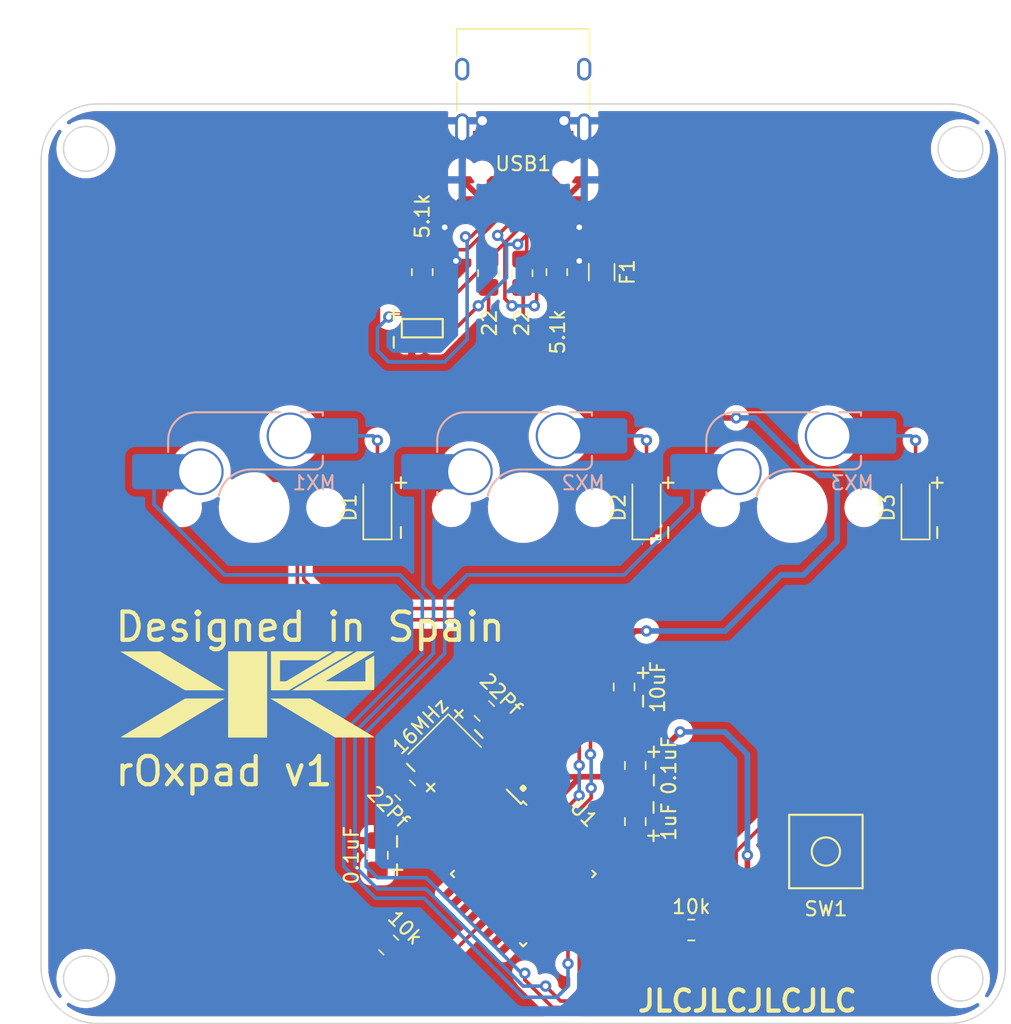
<source format=kicad_pcb>
(kicad_pcb (version 20211014) (generator pcbnew)
  (layers (0 "F.Cu" signal) (31 "B.Cu" signal) (34 "B.Paste" user) (35 "F.Paste" user) (36 "B.SilkS" user "B.Silkscreen") (37 "F.SilkS" user "F.Silkscreen") (38 "B.Mask" user) (39 "F.Mask" user) (44 "Edge.Cuts" user))
  (net 0 "")
  (net 1 "+5V")
  (net 2 "GND")
  (net 3 "XTAL1")
  (net 4 "XTAL2")
  (net 5 "Net-(D1-Pad2)")
  (net 6 "Net-(D2-Pad2)")
  (net 7 "Net-(D3-Pad2)")
  (net 8 "D-")
  (net 9 "D+")
  (net 10 "Net-(R3-Pad2)")
  (net 20 "VCC")
  (net 21 "KEY-0")
  (net 22 "KEY-1")
  (net 23 "KEY-2")
  (net 24 "Net-(R4-Pad1)")
  (net 25 "Net-(R5-Pad1)")
  (net 26 "Net-(R6-Pad1)")
  (net 35 "unconnected-(C1-Pad1)")
  (net 36 "unconnected-(R1-Pad2)")
  (net 47 "unconnected-(U1-Pad29)")
  (footprint "random-keyboard-parts:SKQG-1155865" (layer "F.Cu") (at 128.5875 113.24375)
    (fp_text reference "SW1" (at 0 4.064) (layer "F.SilkS"))
    (fp_text value "SW_Push")
    (pad "1" smd rect locked (at 3.1 1.85) (size 1.8 1.1) (layers "F.Cu" "F.Paste" "F.Mask") (net 2 "GND"))
    (pad "2" smd rect locked (at -3.1 -1.85) (size 1.8 1.1) (layers "F.Cu" "F.Paste" "F.Mask") (net 10 "Net-(R3-Pad2)"))
    (pad "3" smd rect locked (at 3.1 -1.85) (size 1.8 1.1) (layers "F.Cu" "F.Paste" "F.Mask"))
    (pad "4" smd rect locked (at -3.1 1.85) (size 1.8 1.1) (layers "F.Cu" "F.Paste" "F.Mask"))
  )
  (footprint "Resistor_SMD:R_0805_2012Metric_Pad1.20x1.40mm_HandSolder" (layer "F.Cu") (at 100.0125 72.23125 -90)
    (fp_text reference "R6")
    (fp_text value "5.1k" (at -3.96875 0 90) (layer "F.SilkS"))
    (pad "1" smd roundrect (at -1 0 270) (size 1.2 1.4) (layers "F.Cu" "F.Paste" "F.Mask") (roundrect_rratio 0.2083333333) (net 26 "Net-(R6-Pad1)"))
    (pad "2" smd roundrect (at 1 0 270) (size 1.2 1.4) (layers "F.Cu" "F.Paste" "F.Mask") (roundrect_rratio 0.2083333333) (net 2 "GND"))
  )
  (footprint "Diode_SMD:D_SOD-123" (layer "F.Cu") (at 115.8875 88.9 90)
    (fp_text reference "D2" (at 0 -2 90) (layer "F.SilkS"))
    (fp_text value "D_Small")
    (pad "1" smd rect (at -1.65 0 90) (size 0.9 1.2) (layers "F.Cu" "F.Paste" "F.Mask") (net 2 "GND"))
    (pad "2" smd rect (at 1.65 0 90) (size 0.9 1.2) (layers "F.Cu" "F.Paste" "F.Mask") (net 6 "Net-(D2-Pad2)"))
  )
  (footprint "Capacitor_SMD:C_0805_2012Metric_Pad1.18x1.45mm_HandSolder" (layer "F.Cu") (at 115.09375 111.125 90)
    (fp_text reference "C1")
    (fp_text value "1uF" (at 0 2.38125 90) (layer "F.SilkS"))
    (pad "1" smd roundrect (at -1.0375 0 90) (size 1.175 1.45) (layers "F.Cu" "F.Paste" "F.Mask") (roundrect_rratio 0.2127659574) (net 35 "unconnected-(C1-Pad1)"))
    (pad "2" smd roundrect (at 1.0375 0 90) (size 1.175 1.45) (layers "F.Cu" "F.Paste" "F.Mask") (roundrect_rratio 0.2127659574) (net 2 "GND"))
  )
  (footprint "Capacitor_SMD:C_0805_2012Metric_Pad1.18x1.45mm_HandSolder" (layer "F.Cu") (at 98.79367 108.90633 -45)
    (fp_text reference "C3")
    (fp_text value "22Pf" (at 0 1.679999 -45 unlocked) (layer "F.SilkS"))
    (pad "1" smd roundrect (at -1.0375 0 315) (size 1.175 1.45) (layers "F.Cu" "F.Paste" "F.Mask") (roundrect_rratio 0.2127659574) (net 2 "GND"))
    (pad "2" smd roundrect (at 1.0375 0 315) (size 1.175 1.45) (layers "F.Cu" "F.Paste" "F.Mask") (roundrect_rratio 0.2127659574) (net 4 "XTAL2"))
  )
  (footprint "Resistor_SMD:R_0805_2012Metric_Pad1.20x1.40mm_HandSolder" (layer "F.Cu") (at 119.0625 118.8 180)
    (fp_text reference "R3")
    (fp_text value "10k" (at 0 1.65) (layer "F.SilkS"))
    (pad "1" smd roundrect (at -1 0 180) (size 1.2 1.4) (layers "F.Cu" "F.Paste" "F.Mask") (roundrect_rratio 0.2083333333) (net 1 "+5V"))
    (pad "2" smd roundrect (at 1 0 180) (size 1.2 1.4) (layers "F.Cu" "F.Paste" "F.Mask") (roundrect_rratio 0.2083333333) (net 10 "Net-(R3-Pad2)"))
  )
  (footprint "Resistor_SMD:R_0805_2012Metric_Pad1.20x1.40mm_HandSolder" (layer "F.Cu") (at 97.63125 119.85625 135)
    (fp_text reference "R4")
    (fp_text value "10k" (at 0.044901 1.706249 315 unlocked) (layer "F.SilkS"))
    (pad "1" smd roundrect (at -1 0 135) (size 1.2 1.4) (layers "F.Cu" "F.Paste" "F.Mask") (roundrect_rratio 0.2083333333) (net 24 "Net-(R4-Pad1)"))
    (pad "2" smd roundrect (at 1 0 135) (size 1.2 1.4) (layers "F.Cu" "F.Paste" "F.Mask") (roundrect_rratio 0.2083333333) (net 2 "GND"))
  )
  (footprint "Resistor_SMD:R_0805_2012Metric_Pad1.20x1.40mm_HandSolder" (layer "F.Cu") (at 107.080016 72.307483 -90)
    (fp_text reference "R2")
    (fp_text value "22" (at 3.511517 0.019016 -90) (layer "F.SilkS"))
    (pad "1" smd roundrect (at -1 0 270) (size 1.2 1.4) (layers "F.Cu" "F.Paste" "F.Mask") (roundrect_rratio 0.2083333333) (net 9 "D+"))
    (pad "2" smd roundrect (at 1 0 270) (size 1.2 1.4) (layers "F.Cu" "F.Paste" "F.Mask") (roundrect_rratio 0.2083333333))
  )
  (footprint "Crystal:Crystal_SMD_3225-4Pin_3.2x2.5mm" (layer "F.Cu") (at 101.6 106.1 -135)
    (fp_text reference "Y1")
    (fp_text value "16MHz" (at 0 2.450001 45) (layer "F.SilkS"))
    (pad "1" smd rect (at -1.1 0.85 225) (size 1.4 1.2) (layers "F.Cu" "F.Paste" "F.Mask") (net 3 "XTAL1"))
    (pad "2" smd rect (at 1.1 0.85 225) (size 1.4 1.2) (layers "F.Cu" "F.Paste" "F.Mask") (net 2 "GND"))
    (pad "3" smd rect (at 1.1 -0.85 225) (size 1.4 1.2) (layers "F.Cu" "F.Paste" "F.Mask") (net 4 "XTAL2"))
    (pad "4" smd rect (at -1.1 -0.85 225) (size 1.4 1.2) (layers "F.Cu" "F.Paste" "F.Mask") (net 2 "GND"))
  )
  (footprint "Diode_SMD:D_SOD-123" (layer "F.Cu") (at 96.8375 88.9 90)
    (fp_text reference "D1" (at 0 -2 90) (layer "F.SilkS"))
    (fp_text value "D_Small")
    (pad "1" smd rect (at -1.65 0 90) (size 0.9 1.2) (layers "F.Cu" "F.Paste" "F.Mask") (net 2 "GND"))
    (pad "2" smd rect (at 1.65 0 90) (size 0.9 1.2) (layers "F.Cu" "F.Paste" "F.Mask") (net 5 "Net-(D1-Pad2)"))
  )
  (footprint "Resistor_SMD:R_0805_2012Metric_Pad1.20x1.40mm_HandSolder" (layer "F.Cu") (at 104.698766 72.307483 -90)
    (fp_text reference "R1")
    (fp_text value "22" (at 3.511517 -0.076234 -90) (layer "F.SilkS"))
    (pad "1" smd roundrect (at -1 0 270) (size 1.2 1.4) (layers "F.Cu" "F.Paste" "F.Mask") (roundrect_rratio 0.2083333333) (net 8 "D-"))
    (pad "2" smd roundrect (at 1 0 270) (size 1.2 1.4) (layers "F.Cu" "F.Paste" "F.Mask") (roundrect_rratio 0.2083333333) (net 36 "unconnected-(R1-Pad2)"))
  )
  (footprint "random-keyboard-parts:SOT143B" (layer "F.Cu") (at 100.0125 76.2 90)
    (fp_text reference "U2")
    (fp_text value "PRTR5V0U2X")
    (pad "1" smd rect locked (at -1 -0.75) (size 1 0.7) (layers "F.Cu" "F.Paste" "F.Mask") (net 2 "GND"))
    (pad "2" smd rect locked (at -1 0.95) (size 0.6 0.7) (layers "F.Cu" "F.Paste" "F.Mask") (net 9 "D+"))
    (pad "3" smd rect locked (at 1 0.95) (size 0.6 0.7) (layers "F.Cu" "F.Paste" "F.Mask") (net 8 "D-"))
    (pad "4" smd rect locked (at 1 -0.95) (size 0.6 0.7) (layers "F.Cu" "F.Paste" "F.Mask") (net 20 "VCC"))
  )
  (footprint "Capacitor_SMD:C_0805_2012Metric_Pad1.18x1.45mm_HandSolder" (layer "F.Cu") (at 114.3 101.6 -90)
    (fp_text reference "C7")
    (fp_text value "10uF" (at 0 -2.38125 90) (layer "F.SilkS"))
    (pad "1" smd roundrect (at -1.0375 0 270) (size 1.175 1.45) (layers "F.Cu" "F.Paste" "F.Mask") (roundrect_rratio 0.2127659574) (net 1 "+5V"))
    (pad "2" smd roundrect (at 1.0375 0 270) (size 1.175 1.45) (layers "F.Cu" "F.Paste" "F.Mask") (roundrect_rratio 0.2127659574) (net 2 "GND"))
  )
  (footprint "Package_QFP:TQFP-32_7x7mm_P0.8mm" (layer "F.Cu") (at 107.15625 114.83125 -45)
    (fp_text reference "U1" (at 0 -6.05 135) (layer "F.SilkS"))
    (fp_text value "ATmega32U2-A")
    (pad "1" smd rect (at -4.25 -2.8 315) (size 1.6 0.55) (layers "F.Cu" "F.Paste" "F.Mask"))
    (pad "2" smd rect (at -4.25 -2 315) (size 1.6 0.55) (layers "F.Cu" "F.Paste" "F.Mask"))
    (pad "3" smd rect (at -4.25 -1.2 315) (size 1.6 0.55) (layers "F.Cu" "F.Paste" "F.Mask"))
    (pad "4" smd rect (at -4.25 -0.4 315) (size 1.6 0.55) (layers "F.Cu" "F.Paste" "F.Mask"))
    (pad "5" smd rect (at -4.25 0.4 315) (size 1.6 0.55) (layers "F.Cu" "F.Paste" "F.Mask"))
    (pad "6" smd rect (at -4.25 1.2 315) (size 1.6 0.55) (layers "F.Cu" "F.Paste" "F.Mask"))
    (pad "7" smd rect (at -4.25 2 315) (size 1.6 0.55) (layers "F.Cu" "F.Paste" "F.Mask"))
    (pad "8" smd rect (at -4.25 2.8 315) (size 1.6 0.55) (layers "F.Cu" "F.Paste" "F.Mask"))
    (pad "9" smd rect (at -2.8 4.25 45) (size 1.6 0.55) (layers "F.Cu" "F.Paste" "F.Mask"))
    (pad "10" smd rect (at -2 4.25 45) (size 1.6 0.55) (layers "F.Cu" "F.Paste" "F.Mask"))
    (pad "11" smd rect (at -1.2 4.25 45) (size 1.6 0.55) (layers "F.Cu" "F.Paste" "F.Mask"))
    (pad "12" smd rect (at -0.4 4.25 45) (size 1.6 0.55) (layers "F.Cu" "F.Paste" "F.Mask"))
    (pad "13" smd rect (at 0.4 4.25 45) (size 1.6 0.55) (layers "F.Cu" "F.Paste" "F.Mask") (net 24 "Net-(R4-Pad1)"))
    (pad "14" smd rect (at 1.2 4.25 45) (size 1.6 0.55) (layers "F.Cu" "F.Paste" "F.Mask"))
    (pad "15" smd rect (at 2 4.25 45) (size 1.6 0.55) (layers "F.Cu" "F.Paste" "F.Mask"))
    (pad "16" smd rect (at 2.8 4.25 45) (size 1.6 0.55) (layers "F.Cu" "F.Paste" "F.Mask"))
    (pad "17" smd rect (at 4.25 2.8 315) (size 1.6 0.55) (layers "F.Cu" "F.Paste" "F.Mask"))
    (pad "18" smd rect (at 4.25 2 315) (size 1.6 0.55) (layers "F.Cu" "F.Paste" "F.Mask"))
    (pad "19" smd rect (at 4.25 1.2 315) (size 1.6 0.55) (layers "F.Cu" "F.Paste" "F.Mask"))
    (pad "20" smd rect (at 4.25 0.4 315) (size 1.6 0.55) (layers "F.Cu" "F.Paste" "F.Mask"))
    (pad "21" smd rect (at 4.25 -0.4 315) (size 1.6 0.55) (layers "F.Cu" "F.Paste" "F.Mask"))
    (pad "22" smd rect (at 4.25 -1.2 315) (size 1.6 0.55) (layers "F.Cu" "F.Paste" "F.Mask"))
    (pad "23" smd rect (at 4.25 -2 315) (size 1.6 0.55) (layers "F.Cu" "F.Paste" "F.Mask"))
    (pad "24" smd rect (at 4.25 -2.8 315) (size 1.6 0.55) (layers "F.Cu" "F.Paste" "F.Mask"))
    (pad "25" smd rect (at 2.8 -4.25 45) (size 1.6 0.55) (layers "F.Cu" "F.Paste" "F.Mask"))
    (pad "26" smd rect (at 2 -4.25 45) (size 1.6 0.55) (layers "F.Cu" "F.Paste" "F.Mask"))
    (pad "27" smd rect (at 1.2 -4.25 45) (size 1.6 0.55) (layers "F.Cu" "F.Paste" "F.Mask"))
    (pad "28" smd rect (at 0.4 -4.25 45) (size 1.6 0.55) (layers "F.Cu" "F.Paste" "F.Mask") (net 2 "GND"))
    (pad "29" smd rect (at -0.4 -4.25 45) (size 1.6 0.55) (layers "F.Cu" "F.Paste" "F.Mask") (net 47 "unconnected-(U1-Pad29)"))
    (pad "30" smd rect (at -1.2 -4.25 45) (size 1.6 0.55) (layers "F.Cu" "F.Paste" "F.Mask"))
    (pad "31" smd rect (at -2 -4.25 45) (size 1.6 0.55) (layers "F.Cu" "F.Paste" "F.Mask") (net 1 "+5V"))
    (pad "32" smd rect (at -2.8 -4.25 45) (size 1.6 0.55) (layers "F.Cu" "F.Paste" "F.Mask"))
  )
  (footprint "Capacitor_SMD:C_0805_2012Metric_Pad1.18x1.45mm_HandSolder" (layer "F.Cu") (at 96.8375 113.50625 90)
    (fp_text reference "C4")
    (fp_text value "0.1uF" (at 0 -1.8415 90) (layer "F.SilkS"))
    (pad "1" smd roundrect (at -1.0375 0 90) (size 1.175 1.45) (layers "F.Cu" "F.Paste" "F.Mask") (roundrect_rratio 0.2127659574) (net 1 "+5V"))
    (pad "2" smd roundrect (at 1.0375 0 90) (size 1.175 1.45) (layers "F.Cu" "F.Paste" "F.Mask") (roundrect_rratio 0.2127659574) (net 2 "GND"))
  )
  (footprint "Diode_SMD:D_SOD-123" (layer "F.Cu") (at 134.9375 88.9 90)
    (fp_text reference "D3" (at 0 -2 90) (layer "F.SilkS"))
    (fp_text value "D_Small")
    (pad "1" smd rect (at -1.65 0 90) (size 0.9 1.2) (layers "F.Cu" "F.Paste" "F.Mask") (net 2 "GND"))
    (pad "2" smd rect (at 1.65 0 90) (size 0.9 1.2) (layers "F.Cu" "F.Paste" "F.Mask") (net 7 "Net-(D3-Pad2)"))
  )
  (footprint "Capacitor_SMD:C_0805_2012Metric_Pad1.18x1.45mm_HandSolder" (layer "F.Cu") (at 104.40633 103.29367 135)
    (fp_text reference "C2")
    (fp_text value "22Pf" (at 0 1.679999 315 unlocked) (layer "F.SilkS"))
    (pad "1" smd roundrect (at -1.0375 0 135) (size 1.175 1.45) (layers "F.Cu" "F.Paste" "F.Mask") (roundrect_rratio 0.2127659574) (net 2 "GND"))
    (pad "2" smd roundrect (at 1.0375 0 135) (size 1.175 1.45) (layers "F.Cu" "F.Paste" "F.Mask") (roundrect_rratio 0.2127659574) (net 3 "XTAL1"))
  )
  (footprint "Resistor_SMD:R_0805_2012Metric_Pad1.20x1.40mm_HandSolder" (layer "F.Cu") (at 109.5375 72.23125 -90)
    (fp_text reference "R5")
    (fp_text value "5.1k" (at 4.22275 -0.0635 90) (layer "F.SilkS"))
    (pad "1" smd roundrect (at -1 0 270) (size 1.2 1.4) (layers "F.Cu" "F.Paste" "F.Mask") (roundrect_rratio 0.2083333333) (net 25 "Net-(R5-Pad1)"))
    (pad "2" smd roundrect (at 1 0 270) (size 1.2 1.4) (layers "F.Cu" "F.Paste" "F.Mask") (roundrect_rratio 0.2083333333) (net 2 "GND"))
  )
  (footprint "LOGO" (layer "F.Cu") (at 87.63 102.108)
    (fp_text reference "G***" hide)
    (fp_text value "LOGO" hide)
  )
  (footprint "Fuse:Fuse_1206_3216Metric_Pad1.42x1.75mm_HandSolder" (layer "F.Cu") (at 112.7125 72.23125 -90)
    (fp_text reference "F1" (at 0 -1.82 90) (layer "F.SilkS"))
    (fp_text value "Polyfuse_Small")
    (pad "1" smd roundrect (at -1.4875 0 270) (size 1.425 1.75) (layers "F.Cu" "F.Paste" "F.Mask") (roundrect_rratio 0.1754392982) (net 20 "VCC"))
    (pad "2" smd roundrect (at 1.4875 0 270) (size 1.425 1.75) (layers "F.Cu" "F.Paste" "F.Mask") (roundrect_rratio 0.1754392982) (net 1 "+5V"))
  )
  (footprint "Capacitor_SMD:C_0805_2012Metric_Pad1.18x1.45mm_HandSolder" (layer "F.Cu") (at 115.09375 107.15625 -90)
    (fp_text reference "C5")
    (fp_text value "0.1uF" (at 0 -2.38125 90) (layer "F.SilkS"))
    (pad "1" smd roundrect (at -1.0375 0 270) (size 1.175 1.45) (layers "F.Cu" "F.Paste" "F.Mask") (roundrect_rratio 0.2127659574) (net 1 "+5V"))
    (pad "2" smd roundrect (at 1.0375 0 270) (size 1.175 1.45) (layers "F.Cu" "F.Paste" "F.Mask") (roundrect_rratio 0.2127659574) (net 2 "GND"))
  )
  (footprint "Connector_USB:USB_C_Receptacle_HRO_TYPE-C-31-M-12" (layer "F.Cu") (at 107.15625 58.915 180)
    (fp_text reference "USB1" (at 0 -5.645 180) (layer "F.SilkS"))
    (fp_text value "HRO-TYPE-C-31-M-12")
    (pad "" np_thru_hole circle (at 2.89 -2.6 180) (size 0.65 0.65) (drill 0.65) (layers *.Cu *.Mask))
    (pad "" np_thru_hole circle (at -2.89 -2.6 180) (size 0.65 0.65) (drill 0.65) (layers *.Cu *.Mask))
    (pad "A1" smd rect (at -3.25 -4.045 180) (size 0.6 1.45) (layers "F.Cu" "F.Paste" "F.Mask"))
    (pad "A4" smd rect (at -2.45 -4.045 180) (size 0.6 1.45) (layers "F.Cu" "F.Paste" "F.Mask"))
    (pad "A5" smd rect (at -1.25 -4.045 180) (size 0.3 1.45) (layers "F.Cu" "F.Paste" "F.Mask"))
    (pad "A6" smd rect (at -0.25 -4.045 180) (size 0.3 1.45) (layers "F.Cu" "F.Paste" "F.Mask"))
    (pad "A7" smd rect (at 0.25 -4.045 180) (size 0.3 1.45) (layers "F.Cu" "F.Paste" "F.Mask"))
    (pad "A8" smd rect (at 1.25 -4.045 180) (size 0.3 1.45) (layers "F.Cu" "F.Paste" "F.Mask"))
    (pad "A9" smd rect (at 2.45 -4.045 180) (size 0.6 1.45) (layers "F.Cu" "F.Paste" "F.Mask"))
    (pad "A12" smd rect (at 3.25 -4.045 180) (size 0.6 1.45) (layers "F.Cu" "F.Paste" "F.Mask"))
    (pad "B1" smd rect (at 3.25 -4.045 180) (size 0.6 1.45) (layers "F.Cu" "F.Paste" "F.Mask"))
    (pad "B4" smd rect (at 2.45 -4.045 180) (size 0.6 1.45) (layers "F.Cu" "F.Paste" "F.Mask"))
    (pad "B5" smd rect (at 1.75 -4.045 180) (size 0.3 1.45) (layers "F.Cu" "F.Paste" "F.Mask"))
    (pad "B6" smd rect (at 0.75 -4.045 180) (size 0.3 1.45) (layers "F.Cu" "F.Paste" "F.Mask"))
    (pad "B7" smd rect (at -0.75 -4.045 180) (size 0.3 1.45) (layers "F.Cu" "F.Paste" "F.Mask"))
    (pad "B8" smd rect (at -1.75 -4.045 180) (size 0.3 1.45) (layers "F.Cu" "F.Paste" "F.Mask"))
    (pad "B9" smd rect (at -2.45 -4.045 180) (size 0.6 1.45) (layers "F.Cu" "F.Paste" "F.Mask"))
    (pad "B12" smd rect (at -3.25 -4.045 180) (size 0.6 1.45) (layers "F.Cu" "F.Paste" "F.Mask"))
    (pad "S1" thru_hole oval (at -4.32 1.05 180) (size 1 1.6) (drill oval 0.6 1.2) (layers *.Cu *.Mask))
    (pad "S1" thru_hole oval (at 4.32 1.05 180) (size 1 1.6) (drill oval 0.6 1.2) (layers *.Cu *.Mask))
    (pad "S1" thru_hole oval (at -4.32 -3.13 180) (size 1 2.1) (drill oval 0.6 1.7) (layers *.Cu *.Mask))
    (pad "S1" thru_hole oval (at 4.32 -3.13 180) (size 1 2.1) (drill oval 0.6 1.7) (layers *.Cu *.Mask))
  )
  (footprint "marbastlib-mx:SW_MX_HS_1u" (layer "B.Cu") (at 126.20625 88.9 180)
    (fp_text reference "MX3" (at -4.25 1.75) (layer "B.SilkS") (effects (justify mirror)))
    (fp_text value "MX-NoLED" hide)
    (pad "" np_thru_hole circle (at 0 0 180) (size 3.9878 3.9878) (drill 3.9878) (layers *.Cu *.Mask))
    (pad "" np_thru_hole circle (at 5.08 0 180) (size 1.75 1.75) (drill 1.75) (layers *.Cu *.Mask))
    (pad "" np_thru_hole circle (at -5.08 0 180) (size 1.75 1.75) (drill 1.75) (layers *.Cu *.Mask))
    (pad "1" thru_hole circle (at 3.81 2.54 180) (size 3.3 3.3) (drill 3) (layers *.Cu *.Mask) (net 23 "KEY-2"))
    (pad "1" smd roundrect (at 7.36 2.54 180) (size 2.55 2.5) (layers "B.Cu" "B.Paste" "B.Mask") (roundrect_rratio 0.1) (net 23 "KEY-2"))
    (pad "1" smd rect (at 5.635 2.54) (size 1.65 2.5) (layers "B.Cu") (net 23 "KEY-2"))
    (pad "2" smd roundrect (at -6.09 5.08 180) (size 2.55 2.5) (layers "B.Cu" "B.Paste" "B.Mask") (roundrect_rratio 0.1) (net 7 "Net-(D3-Pad2)"))
    (pad "2" smd rect (at -4.34 5.08 180) (size 1.65 2.5) (layers "B.Cu") (net 7 "Net-(D3-Pad2)"))
    (pad "2" thru_hole circle (at -2.54 5.08 180) (size 3.3 3.3) (drill 3) (layers *.Cu *.Mask) (net 7 "Net-(D3-Pad2)"))
  )
  (footprint "marbastlib-mx:SW_MX_HS_1u" (layer "B.Cu") (at 107.15625 88.9 180)
    (fp_text reference "MX2" (at -4.25 1.75) (layer "B.SilkS") (effects (justify mirror)))
    (fp_text value "MX-NoLED" hide)
    (pad "" np_thru_hole circle (at -5.08 0 180) (size 1.75 1.75) (drill 1.75) (layers *.Cu *.Mask))
    (pad "" np_thru_hole circle (at 5.08 0 180) (size 1.75 1.75) (drill 1.75) (layers *.Cu *.Mask))
    (pad "" np_thru_hole circle (at 0 0 180) (size 3.9878 3.9878) (drill 3.9878) (layers *.Cu *.Mask))
    (pad "1" thru_hole circle (at 3.81 2.54 180) (size 3.3 3.3) (drill 3) (layers *.Cu *.Mask) (net 22 "KEY-1"))
    (pad "1" smd roundrect (at 7.36 2.54 180) (size 2.55 2.5) (layers "B.Cu" "B.Paste" "B.Mask") (roundrect_rratio 0.1) (net 22 "KEY-1"))
    (pad "1" smd rect (at 5.635 2.54) (size 1.65 2.5) (layers "B.Cu") (net 22 "KEY-1"))
    (pad "2" smd rect (at -4.34 5.08 180) (size 1.65 2.5) (layers "B.Cu") (net 6 "Net-(D2-Pad2)"))
    (pad "2" thru_hole circle (at -2.54 5.08 180) (size 3.3 3.3) (drill 3) (layers *.Cu *.Mask) (net 6 "Net-(D2-Pad2)"))
    (pad "2" smd roundrect (at -6.09 5.08 180) (size 2.55 2.5) (layers "B.Cu" "B.Paste" "B.Mask") (roundrect_rratio 0.1) (net 6 "Net-(D2-Pad2)"))
  )
  (footprint "marbastlib-mx:SW_MX_HS_1u" (layer "B.Cu") (at 88.10625 88.9 180)
    (fp_text reference "MX1" (at -4.25 1.75) (layer "B.SilkS") (effects (justify mirror)))
    (fp_text value "MX-NoLED" hide)
    (pad "" np_thru_hole circle (at -5.08 0 180) (size 1.75 1.75) (drill 1.75) (layers *.Cu *.Mask))
    (pad "" np_thru_hole circle (at 5.08 0 180) (size 1.75 1.75) (drill 1.75) (layers *.Cu *.Mask))
    (pad "" np_thru_hole circle (at 0 0 180) (size 3.9878 3.9878) (drill 3.9878) (layers *.Cu *.Mask))
    (pad "1" smd rect (at 5.635 2.54) (size 1.65 2.5) (layers "B.Cu") (net 21 "KEY-0"))
    (pad "1" smd roundrect (at 7.36 2.54 180) (size 2.55 2.5) (layers "B.Cu" "B.Paste" "B.Mask") (roundrect_rratio 0.1) (net 21 "KEY-0"))
    (pad "1" thru_hole circle (at 3.81 2.54 180) (size 3.3 3.3) (drill 3) (layers *.Cu *.Mask) (net 21 "KEY-0"))
    (pad "2" smd roundrect (at -6.09 5.08 180) (size 2.55 2.5) (layers "B.Cu" "B.Paste" "B.Mask") (roundrect_rratio 0.1) (net 5 "Net-(D1-Pad2)"))
    (pad "2" smd rect (at -4.34 5.08 180) (size 1.65 2.5) (layers "B.Cu") (net 5 "Net-(D1-Pad2)"))
    (pad "2" thru_hole circle (at -2.54 5.08 180) (size 3.3 3.3) (drill 3) (layers *.Cu *.Mask) (net 5 "Net-(D1-Pad2)"))
  )
  (gr_circle (center 138.1125 63.5) (end 138.1125 61.9125) (layer "Edge.Cuts") (width 0.1) (fill none))
  (gr_arc (start 141.2875 121.44375) (mid 140.12508 124.25008) (end 137.31875 125.4125) (layer "Edge.Cuts") (width 0.1))
  (gr_circle (center 138.1125 122.2375) (end 139.7 122.2375) (layer "Edge.Cuts") (width 0.1) (fill none))
  (gr_arc (start 76.99375 125.4125) (mid 74.187402 124.250083) (end 73.025 121.44375) (layer "Edge.Cuts") (width 0.1))
  (gr_line (start 76.99375 125.4125) (end 137.31875 125.4125) (layer "Edge.Cuts") (width 0.1))
  (gr_arc (start 137.31875 60.325) (mid 140.12508 61.48742) (end 141.2875 64.29375) (layer "Edge.Cuts") (width 0.1))
  (gr_circle (center 76.2 63.5) (end 76.2 61.9125) (layer "Edge.Cuts") (width 0.1) (fill none))
  (gr_line (start 137.31875 60.325) (end 76.99375 60.325) (layer "Edge.Cuts") (width 0.1))
  (gr_line (start 141.2875 121.44375) (end 141.2875 79.375) (layer "Edge.Cuts") (width 0.1))
  (gr_line (start 73.025 64.29375) (end 73.025 121.44375) (layer "Edge.Cuts") (width 0.1))
  (gr_circle (center 76.2 122.2375) (end 76.2 120.65) (layer "Edge.Cuts") (width 0.1) (fill none))
  (gr_line (start 141.2875 79.375) (end 141.2875 64.29375) (layer "Edge.Cuts") (width 0.1))
  (gr_arc (start 73.025 64.29375) (mid 74.18742 61.48742) (end 76.99375 60.325) (layer "Edge.Cuts") (width 0.1))
  (gr_text "- +" (at 103.251 104.267 135) (layer "F.SilkS") (effects (font (size 1 1))))
  (gr_text "Designed in Spain" (at 92.075 97.3455) (layer "F.SilkS") (effects (font (size 2 2) (thickness 0.3))))
  (gr_text "- +" (at 99.949 107.95 315) (layer "F.SilkS") (effects (font (size 1 1))))
  (gr_text "- +" (at 116.459 111.125 270) (layer "F.SilkS") (effects (font (size 1 1))))
  (gr_text "-   +" (at 98.425 88.9 90) (layer "F.SilkS") (effects (font (size 1 1))))
  (gr_text "-   +" (at 117.348 88.9 90) (layer "F.SilkS") (effects (font (size 1 1))))
  (gr_text "- +" (at 97.917 76.2 90) (layer "F.SilkS") (effects (font (size 1 1))))
  (gr_text "rOxpad v1" (at 85.979 107.569) (layer "F.SilkS") (effects (font (size 2 2) (thickness 0.3))))
  (gr_text "- +" (at 98.298 113.538 270) (layer "F.SilkS") (effects (font (size 1 1))))
  (gr_text "JLCJLCJLCJLC" (at 123.03125 123.825) (layer "F.SilkS") (effects (font (size 1.5 1.5) (thickness 0.3))))
  (gr_text "-   +" (at 136.398 88.9 90) (layer "F.SilkS") (effects (font (size 1 1))))
  (gr_text "." (at 107.15625 107.95) (layer "F.SilkS") (effects (font (size 2 2) (thickness 0.3))))
  (gr_text "- +" (at 116.332 107.188 90) (layer "F.SilkS") (effects (font (size 1 1))))
  (gr_text "- +" (at 115.57 101.6 90) (layer "F.SilkS") (effects (font (size 1 1))))
  (segment (start 103.657639 110.766953) (end 104.433889 111.543203) (width 0.4) (layer "F.Cu") (net 1))
  (segment (start 111.209073 107.95) (end 113.2625 107.95) (width 0.4) (layer "F.Cu") (net 1))
  (segment (start 120.0625 118.8) (end 120.601541 118.8) (width 0.4) (layer "F.Cu") (net 1))
  (segment (start 97.179778 114.54375) (end 100.956575 110.766953) (width 0.4) (layer "F.Cu") (net 1))
  (segment (start 96.8375 114.54375) (end 97.179778 114.54375) (width 0.4) (layer "F.Cu") (net 1))
  (segment (start 100.956575 110.766953) (end 103.657639 110.766953) (width 0.4) (layer "F.Cu") (net 1))
  (segment (start 116.925 106.11875) (end 118.26875 104.775) (width 0.4) (layer "F.Cu") (net 1))
  (segment (start 112.7125 76.99375) (end 118.26875 82.55) (width 0.4) (layer "F.Cu") (net 1))
  (segment (start 105.028344 112.137658) (end 105.890044 112.137658) (width 0.4) (layer "F.Cu") (net 1))
  (segment (start 113.75 100.5625) (end 114.3 100.5625) (width 0.4) (layer "F.Cu") (net 1))
  (segment (start 114.3 98.425) (end 114.3 100.5625) (width 0.4) (layer "F.Cu") (net 1))
  (segment (start 108.181555 109.846147) (end 110.077702 107.95) (width 0.4) (layer "F.Cu") (net 1))
  (segment (start 112.7125 73.71875) (end 112.7125 76.99375) (width 0.4) (layer "F.Cu") (net 1))
  (segment (start 118.26875 82.55) (end 121.349625 82.55) (width 0.4) (layer "F.Cu") (net 1))
  (segment (start 123.03125 116.370291) (end 123.03125 113.50625) (width 0.4) (layer "F.Cu") (net 1))
  (segment (start 112.7125 101.6) (end 113.75 100.5625) (width 0.4) (layer "F.Cu") (net 1))
  (segment (start 115.09375 106.11875) (end 112.7125 103.7375) (width 0.4) (layer "F.Cu") (net 1))
  (segment (start 113.2625 107.95) (end 115.09375 106.11875) (width 0.4) (layer "F.Cu") (net 1))
  (segment (start 110.33125 107.95) (end 110.336197 107.954947) (width 0.4) (layer "F.Cu") (net 1))
  (segment (start 112.7125 103.7375) (end 112.7125 101.6) (width 0.4) (layer "F.Cu") (net 1))
  (segment (start 115.09375 97.63125) (end 114.3 98.425) (width 0.4) (layer "F.Cu") (net 1))
  (segment (start 104.433889 111.543203) (end 105.028344 112.137658) (width 0.4) (layer "F.Cu") (net 1))
  (segment (start 110.336197 107.954947) (end 111.209073 107.954947) (width 0.4) (layer "F.Cu") (net 1))
  (segment (start 105.890044 112.137658) (end 108.181555 109.846147) (width 0.4) (layer "F.Cu") (net 1))
  (segment (start 120.601541 118.8) (end 123.03125 116.370291) (width 0.4) (layer "F.Cu") (net 1))
  (segment (start 115.09375 106.11875) (end 116.91925 106.11875) (width 0.4) (layer "F.Cu") (net 1))
  (segment (start 116.91925 106.11875) (end 116.925 106.11875) (width 0.4) (layer "F.Cu") (net 1))
  (segment (start 122.2375 82.55) (end 121.44375 82.55) (width 0.4) (layer "F.Cu") (net 1))
  (segment (start 110.077702 107.95) (end 110.33125 107.95) (width 0.4) (layer "F.Cu") (net 1))
  (segment (start 108.74724 110.411833) (end 111.209073 107.95) (width 0.4) (layer "F.Cu") (net 1))
  (segment (start 115.88175 97.63125) (end 115.09375 97.63125) (width 0.4) (layer "F.Cu") (net 1))
  (via (at 118.26875 104.775) (size 0.8) (drill 0.4) (layers "F.Cu" "B.Cu") (net 1))
  (via (at 115.88175 97.63125) (size 0.8) (drill 0.4) (layers "F.Cu" "B.Cu") (net 1))
  (via (at 123.03125 113.50625) (size 0.8) (drill 0.4) (layers "F.Cu" "B.Cu") (net 1))
  (via (at 122.2375 82.55) (size 0.8) (drill 0.4) (layers "F.Cu" "B.Cu") (net 1))
  (segment (start 121.438 104.775) (end 123.03125 106.36825) (width 0.4) (layer "B.Cu") (net 1))
  (segment (start 129.38125 88.10625) (end 129.38125 87.3125) (width 0.4) (layer "B.Cu") (net 1))
  (segment (start 129.032 86.614) (end 128.651 86.614) (width 0.4) (layer "B.Cu") (net 1))
  (segment (start 126.492 85.471) (end 123.571 82.55) (width 0.4) (layer "B.Cu") (net 1))
  (segment (start 129.286 86.868) (end 129.032 86.614) (width 0.4) (layer "B.Cu") (net 1))
  (segment (start 121.44375 97.63125) (end 115.88175 97.63125) (width 0.4) (layer "B.Cu") (net 1))
  (segment (start 123.03125 106.36825) (end 123.03125 113.50625) (width 0.4) (layer "B.Cu") (net 1))
  (segment (start 129.38125 91.28125) (end 129.38125 88.10625) (width 0.4) (layer "B.Cu") (net 1))
  (segment (start 125.4125 93.6625) (end 127 93.6625) (width 0.4) (layer "B.Cu") (net 1))
  (segment (start 123.825 95.25) (end 125.4125 93.6625) (width 0.4) (layer "B.Cu") (net 1))
  (segment (start 129.38125 86.96325) (end 129.286 86.868) (width 0.4) (layer "B.Cu") (net 1))
  (segment (start 127.889 86.36) (end 127.635 86.106) (width 0.4) (layer "B.Cu") (net 1))
  (segment (start 118.26875 104.775) (end 121.438 104.775) (width 0.4) (layer "B.Cu") (net 1))
  (segment (start 128.651 86.614) (end 128.143 86.614) (width 0.4) (layer "B.Cu") (net 1))
  (segment (start 123.571 82.55) (end 122.2375 82.55) (width 0.4) (layer "B.Cu") (net 1))
  (segment (start 128.143 86.614) (end 127.889 86.36) (width 0.4) (layer "B.Cu") (net 1))
  (segment (start 129.38125 87.3125) (end 129.38125 86.96325) (width 0.4) (layer "B.Cu") (net 1))
  (segment (start 127.635 86.106) (end 127.127 86.106) (width 0.4) (layer "B.Cu") (net 1))
  (segment (start 123.825 95.25) (end 121.44375 97.63125) (width 0.4) (layer "B.Cu") (net 1))
  (segment (start 127.127 86.106) (end 126.492 85.471) (width 0.4) (layer "B.Cu") (net 1))
  (segment (start 127 93.6625) (end 129.38125 91.28125) (width 0.4) (layer "B.Cu") (net 1))
  (segment (start 134.14375 92.86875) (end 130.96875 92.86875) (width 0.4) (layer "F.Cu") (net 2))
  (segment (start 104.874788 104.027293) (end 102.978858 105.923223) (width 0.4) (layer "F.Cu") (net 2))
  (segment (start 100.457538 106.040381) (end 102.8617 106.040381) (width 0.4) (layer "F.Cu") (net 2))
  (segment (start 116.68125 92.86875) (end 118.26875 92.86875) (width 0.4) (layer "F.Cu") (net 2))
  (segment (start 114.05625 108.19375) (end 115.09375 108.19375) (width 0.4) (layer "F.Cu") (net 2))
  (segment (start 100.6 73.23125) (end 102.39375 71.4375) (width 0.4) (layer "F.Cu") (net 2))
  (segment (start 132.55625 115.09375) (end 134.14375 113.50625) (width 0.4) (layer "F.Cu") (net 2))
  (segment (start 118.26875 92.86875) (end 131.03125 92.86875) (width 0.4) (layer "F.Cu") (net 2))
  (segment (start 96.8375 74.6125) (end 98.21875 73.23125) (width 0.4) (layer "F.Cu") (net 2))
  (segment (start 97.63125 108.601504) (end 98.060047 108.172707) (width 0.4) (layer "F.Cu") (net 2))
  (segment (start 98.21875 73.23125) (end 100.0125 73.23125) (width 0.4) (layer "F.Cu") (net 2))
  (segment (start 113.50625 110.33125) (end 114.85 110.33125) (width 0.4) (layer "F.Cu") (net 2))
  (segment (start 96.8375 90.55) (end 96.8375 92.075) (width 0.4) (layer "F.Cu") (net 2))
  (segment (start 111.47625 61.515) (end 111.47625 65.695) (width 0.4) (layer "F.Cu") (net 2))
  (segment (start 98.40625 112.46875) (end 99.21875 111.65625) (width 0.4) (layer "F.Cu") (net 2))
  (segment (start 120.65 106.3625) (end 118.81875 108.19375) (width 0.4) (layer "F.Cu") (net 2))
  (segment (start 113.50625 110.33125) (end 113.50625 108.74375) (width 0.4) (layer "F.Cu") (net 2))
  (segment (start 102.7525 67.11) (end 103.93125 67.11) (width 0.4) (layer "F.Cu") (net 2))
  (segment (start 110.125 73.23125) (end 111.125 72.23125) (width 0.4) (layer "F.Cu") (net 2))
  (segment (start 110.38125 67.11) (end 110.38125 66.79) (width 0.4) (layer "F.Cu") (net 2))
  (segment (start 134.9375 92.075) (end 134.14375 92.86875) (width 0.4) (layer "F.Cu") (net 2))
  (segment (start 115.8875 104.775) (end 116.68125 104.775) (width 0.4) (layer "F.Cu") (net 2))
  (segment (start 98.325212 108.172707) (end 100.221142 106.276777) (width 0.4) (layer "F.Cu") (net 2))
  (segment (start 110.38125 66.79) (end 111.47625 65.695) (width 0.4) (layer "F.Cu") (net 2))
  (segment (start 100.0125 73.23125) (end 100.6 73.23125) (width 0.4) (layer "F.Cu") (net 2))
  (segment (start 102.83625 61.515) (end 102.83625 65.695) (width 0.4) (layer "F.Cu") (net 2))
  (segment (start 100.221142 106.276777) (end 100.457538 106.040381) (width 0.4) (layer "F.Cu") (net 2))
  (segment (start 116.68125 104.775) (end 120.65 100.80625) (width 0.4) (layer "F.Cu") (net 2))
  (segment (start 114.3 103.1875) (end 115.8875 104.775) (width 0.4) (layer "F.Cu") (net 2))
  (segment (start 102.295547 110.166953) (end 100.708047 110.166953) (width 0.4) (layer "F.Cu") (net 2))
  (segment (start 120.65 100.0125) (end 120.65 106.3625) (width 0.4) (layer "F.Cu") (net 2))
  (segment (start 115.8875 90.55) (end 115.8875 92.075) (width 0.4) (layer "F.Cu") (net 2))
  (segment (start 120.65 95.25) (end 120.65 100.0125) (width 0.4) (layer "F.Cu") (net 2))
  (segment (start 96.8375 112.46875) (end 98.40625 112.46875) (width 0.4) (layer "F.Cu") (net 2))
  (segment (start 97.63125 110.8625) (end 97.63125 108.601504) (width 0.4) (layer "F.Cu") (net 2))
  (segment (start 111.428186 111.125) (end 112.7125 111.125) (width 0.4) (layer "F.Cu") (net 2))
  (segment (start 134.14375 113.50625) (end 134.14375 110.33125) (width 0.4) (layer "F.Cu") (net 2))
  (segment (start 105.139953 104.027293) (end 104.874788 104.027293) (width 0.4) (layer "F.Cu") (net 2))
  (segment (start 109.5375 73.23125) (end 110.125 73.23125) (width 0.4) (layer "F.Cu") (net 2))
  (segment (start 118.81875 108.19375) (end 115.09375 108.19375) (width 0.4) (layer "F.Cu") (net 2))
  (segment (start 103.93125 67.11) (end 103.93125 66.79) (width 0.4) (layer "F.Cu") (net 2))
  (segment (start 96.8375 92.075) (end 97.63125 92.86875) (width 0.4) (layer "F.Cu") (net 2))
  (segment (start 120.65 95.25) (end 118.26875 92.86875) (width 0.4) (layer "F.Cu") (net 2))
  (segment (start 104.189009 110.166953) (end 102.295547 110.166953) (width 0.4) (layer "F.Cu") (net 2))
  (segment (start 113.50625 108.74375) (end 114.05625 108.19375) (width 0.4) (layer "F.Cu") (net 2))
  (segment (start 102.8617 106.040381) (end 102.978858 105.923223) (width 0.4) (layer "F.Cu") (net 2))
  (segment (start 98.425 111.65625) (end 97.63125 110.8625) (width 0.4) (layer "F.Cu") (net 2))
  (segment (start 134.14375 110.33125) (end 132.00625 108.19375) (width 0.4) (layer "F.Cu") (net 2))
  (segment (start 97.8375 77.2) (end 96.8375 76.2) (width 0.4) (layer "F.Cu") (net 2))
  (segment (start 111.125 67.85375) (end 110.38125 67.11) (width 0.4) (layer "F.Cu") (net 2))
  (segment (start 115.8875 92.075) (end 116.68125 92.86875) (width 0.4) (layer "F.Cu") (net 2))
  (segment (start 101.6 68.2625) (end 102.7525 67.11) (width 0.4) (layer "F.Cu") (net 2))
  (segment (start 101.6 69.05625) (end 101.6 68.2625) (width 0.4) (layer "F.Cu") (net 2))
  (segment (start 111.125 69.05625) (end 111.125 67.85375) (width 0.4) (layer "F.Cu") (net 2))
  (segment (start 99.2625 77.2) (end 97.8375 77.2) (width 0.4) (layer "F.Cu") (net 2))
  (segment (start 111.125 72.23125) (end 111.125 71.4375) (width 0.4) (layer "F.Cu") (net 2))
  (segment (start 97.63125 92.86875) (end 116.68125 92.86875) (width 0.4) (layer "F.Cu") (net 2))
  (segment (start 100.708047 110.166953) (end 99.21875 111.65625) (width 0.4) (layer "F.Cu") (net 2))
  (segment (start 112.7125 111.125) (end 113.50625 110.33125) (width 0.4) (layer "F.Cu") (net 2))
  (segment (start 120.65 100.80625) (end 120.65 100.0125) (width 0.4) (layer "F.Cu") (net 2))
  (segment (start 98.060047 108.172707) (end 98.325212 108.172707) (width 0.4) (layer "F.Cu") (net 2))
  (segment (start 131.6875 115.09375) (end 132.55625 115.09375) (width 0.4) (layer "F.Cu") (net 2))
  (segment (start 103.93125 66.79) (end 102.83625 65.695) (width 0.4) (layer "F.Cu") (net 2))
  (segment (start 114.3 102.6375) (end 114.3 103.1875) (width 0.4) (layer "F.Cu") (net 2))
  (segment (start 110.444297 112.108889) (end 111.428186 111.125) (width 0.4) (layer "F.Cu") (net 2))
  (segment (start 114.85 110.33125) (end 115.09375 110.0875) (width 0.4) (layer "F.Cu") (net 2))
  (segment (start 96.8375 76.2) (end 96.8375 74.6125) (width 0.4) (layer "F.Cu") (net 2))
  (segment (start 132.00625 108.19375) (end 118.81875 108.19375) (width 0.4) (layer "F.Cu") (net 2))
  (segment (start 104.999574 110.977518) (end 104.189009 110.166953) (width 0.4) (layer "F.Cu") (net 2))
  (segment (start 134.9375 90.55) (end 134.9375 92.075) (width 0.4) (layer "F.Cu") (net 2))
  (segment (start 99.21875 111.65625) (end 98.425 111.65625) (width 0.4) (layer "F.Cu") (net 2))
  (via (at 111.125 69.05625) (size 0.8) (drill 0.4) (layers "F.Cu" "B.Cu") (net 2))
  (via (at 102.39375 71.4375) (size 0.8) (drill 0.4) (layers "F.Cu" "B.Cu") (net 2))
  (via (at 111.125 71.4375) (size 0.8) (drill 0.4) (layers "F.Cu" "B.Cu") (net 2))
  (via (at 101.6 69.05625) (size 0.8) (drill 0.4) (layers "F.Cu" "B.Cu") (net 2))
  (segment (start 111.125 71.4375) (end 111.125 69.05625) (width 0.4) (layer "B.Cu") (net 2))
  (segment (start 102.39375 70.64375) (end 101.6 69.85) (width 0.4) (layer "B.Cu") (net 2))
  (segment (start 102.39375 71.4375) (end 102.39375 70.64375) (width 0.4) (layer "B.Cu") (net 2))
  (segment (start 101.6 69.85) (end 101.6 69.05625) (width 0.4) (layer "B.Cu") (net 2))
  (segment (start 103.672707 102.825212) (end 101.776777 104.721142) (width 0.254) (layer "F.Cu") (net 3))
  (segment (start 107.15625 103.71875) (end 107.15625 102.925) (width 0.254) (layer "F.Cu") (net 3))
  (segment (start 103.672707 102.560047) (end 103.672707 102.825212) (width 0.254) (layer "F.Cu") (net 3))
  (segment (start 104.775 108.490202) (end 106.130945 109.846147) (width 0.254) (layer "F.Cu") (net 3))
  (segment (start 107.15625 102.925) (end 106.3625 102.13125) (width 0.254) (layer "F.Cu") (net 3))
  (segment (start 104.101504 102.13125) (end 103.672707 102.560047) (width 0.254) (layer "F.Cu") (net 3))
  (segment (start 104.775 108.490202) (end 104.775 106.1) (width 0.254) (layer "F.Cu") (net 3))
  (segment (start 104.775 106.1) (end 107.15625 103.71875) (width 0.254) (layer "F.Cu") (net 3))
  (segment (start 106.3625 102.13125) (end 104.101504 102.13125) (width 0.254) (layer "F.Cu") (net 3))
  (segment (start 104.79338 109.639953) (end 99.527293 109.639953) (width 0.254) (layer "F.Cu") (net 4))
  (segment (start 99.527293 109.639953) (end 99.527293 109.374788) (width 0.254) (layer "F.Cu") (net 4))
  (segment (start 105.56526 110.411833) (end 104.79338 109.639953) (width 0.254) (layer "F.Cu") (net 4))
  (segment (start 99.527293 109.374788) (end 101.423223 107.478858) (width 0.254) (layer "F.Cu") (net 4))
  (segment (start 96.8375 85.725) (end 96.8375 87.25) (width 0.254) (layer "F.Cu") (net 5))
  (segment (start 96.8375 84.1375) (end 96.8375 85.725) (width 0.254) (layer "F.Cu") (net 5))
  (via (at 96.8375 84.1375) (size 0.8) (drill 0.4) (layers "F.Cu" "B.Cu") (net 5))
  (segment (start 96.52 83.82) (end 96.8375 84.1375) (width 0.254) (layer "B.Cu") (net 5))
  (segment (start 93.94825 83.82) (end 96.52 83.82) (width 0.254) (layer "B.Cu") (net 5))
  (segment (start 115.8875 84.1375) (end 115.8875 87.25) (width 0.254) (layer "F.Cu") (net 6))
  (via (at 115.8875 84.1375) (size 0.8) (drill 0.4) (layers "F.Cu" "B.Cu") (net 6))
  (segment (start 115.57 83.82) (end 115.8875 84.1375) (width 0.254) (layer "B.Cu") (net 6))
  (segment (start 112.99825 83.82) (end 115.57 83.82) (width 0.254) (layer "B.Cu") (net 6))
  (segment (start 134.9375 85.725) (end 134.9375 87.25) (width 0.254) (layer "F.Cu") (net 7))
  (segment (start 134.9375 84.1375) (end 134.9375 85.725) (width 0.254) (layer "F.Cu") (net 7))
  (via (at 134.9375 84.1375) (size 0.8) (drill 0.4) (layers "F.Cu" "B.Cu") (net 7))
  (segment (start 132.04825 83.82) (end 134.62 83.82) (width 0.254) (layer "B.Cu") (net 7))
  (segment (start 134.62 83.82) (end 134.9375 84.1375) (width 0.254) (layer "B.Cu") (net 7))
  (segment (start 107.90625 70.517716) (end 107.90625 67.11) (width 0.254) (layer "F.Cu") (net 8))
  (segment (start 105.8625 70.14375) (end 105.8625 74.1125) (width 0.254) (layer "F.Cu") (net 8))
  (segment (start 108.107016 74.455484) (end 108.107016 70.718482) (width 0.254) (layer "F.Cu") (net 8))
  (segment (start 106.90625 69.099999) (end 106.90625 67.11) (width 0.254) (layer "F.Cu") (net 8))
  (segment (start 104.698766 71.463734) (end 104.698766 71.307483) (width 0.254) (layer "F.Cu") (net 8))
  (segment (start 107.95 74.6125) (end 108.107016 74.455484) (width 0.254) (layer "F.Cu") (net 8))
  (segment (start 108.107016 70.718482) (end 107.90625 70.517716) (width 0.254) (layer "F.Cu") (net 8))
  (segment (start 100.9625 75.2) (end 104.698766 71.463734) (width 0.254) (layer "F.Cu") (net 8))
  (segment (start 105.8625 74.1125) (end 106.3625 74.6125) (width 0.254) (layer "F.Cu") (net 8))
  (segment (start 105.8625 70.14375) (end 106.90625 69.099999) (width 0.254) (layer "F.Cu") (net 8))
  (segment (start 104.698766 71.307483) (end 105.8625 70.14375) (width 0.254) (layer "F.Cu") (net 8))
  (via (at 106.3625 74.6125) (size 0.8) (drill 0.4) (layers "F.Cu" "B.Cu") (net 8))
  (via (at 107.95 74.6125) (size 0.8) (drill 0.4) (layers "F.Cu" "B.Cu") (net 8))
  (segment (start 106.3625 74.6125) (end 107.95 74.6125) (width 0.254) (layer "B.Cu") (net 8))
  (segment (start 107.080016 71.307483) (end 107.40625 70.981249) (width 0.254) (layer "F.Cu") (net 9))
  (segment (start 107.40625 69.6) (end 107.40625 67.11) (width 0.254) (layer "F.Cu") (net 9))
  (segment (start 105.348786 69.630036) (end 106.40625 68.572572) (width 0.254) (layer "F.Cu") (net 9))
  (segment (start 101.39375 77.2) (end 103.98125 74.6125) (width 0.254) (layer "F.Cu") (net 9))
  (segment (start 106.40625 68.572572) (end 106.40625 67.11) (width 0.254) (layer "F.Cu") (net 9))
  (segment (start 106.773088 70.233162) (end 106.773088 70.260589) (width 0.254) (layer "F.Cu") (net 9))
  (segment (start 107.40625 70.981249) (end 107.40625 69.6) (width 0.254) (layer "F.Cu") (net 9))
  (segment (start 107.40625 69.6) (end 106.773088 70.233162) (width 0.254) (layer "F.Cu") (net 9))
  (segment (start 100.9625 77.2) (end 101.39375 77.2) (width 0.254) (layer "F.Cu") (net 9))
  (via (at 105.348786 69.630036) (size 0.8) (drill 0.4) (layers "F.Cu" "B.Cu") (net 9))
  (via (at 106.773088 70.260589) (size 0.8) (drill 0.4) (layers "F.Cu" "B.Cu") (net 9))
  (via (at 103.98125 74.6125) (size 0.8) (drill 0.4) (layers "F.Cu" "B.Cu") (net 9))
  (segment (start 103.98125 74.6125) (end 105.979339 72.614411) (width 0.254) (layer "B.Cu") (net 9))
  (segment (start 105.979339 72.614411) (end 105.979339 70.260589) (width 0.254) (layer "B.Cu") (net 9))
  (segment (start 105.979339 70.260589) (end 105.348786 69.630036) (width 0.254) (layer "B.Cu") (net 9))
  (segment (start 106.773088 70.260589) (end 105.979339 70.260589) (width 0.254) (layer "B.Cu") (net 9))
  (segment (start 115.09375 118.8) (end 112.150305 115.856555) (width 0.254) (layer "F.Cu") (net 10))
  (segment (start 118.0625 118.2125) (end 118.0625 118.8) (width 0.254) (layer "F.Cu") (net 10))
  (segment (start 119.0625 117.2125) (end 118.0625 118.2125) (width 0.254) (layer "F.Cu") (net 10))
  (segment (start 112.150305 115.856555) (end 112.141353 115.856555) (width 0.254) (layer "F.Cu") (net 10))
  (segment (start 125.4875 111.39375) (end 124.0875 111.39375) (width 0.254) (layer "F.Cu") (net 10))
  (segment (start 118.0625 118.8) (end 115.09375 118.8) (width 0.254) (layer "F.Cu") (net 10))
  (segment (start 122.2375 116.41875) (end 121.44375 117.2125) (width 0.254) (layer "F.Cu") (net 10))
  (segment (start 124.0875 111.39375) (end 122.2375 113.24375) (width 0.254) (layer "F.Cu") (net 10))
  (segment (start 122.2375 113.24375) (end 122.2375 116.41875) (width 0.254) (layer "F.Cu") (net 10))
  (segment (start 121.44375 117.2125) (end 119.0625 117.2125) (width 0.254) (layer "F.Cu") (net 10))
  (segment (start 104.70625 68.482948) (end 104.70625 67.11) (width 0.254) (layer "F.Cu") (net 20))
  (segment (start 99.0625 75.2) (end 97.84325 75.2) (width 0.254) (layer "F.Cu") (net 20))
  (segment (start 103.456037 69.733161) (end 104.70625 68.482948) (width 0.254) (layer "F.Cu") (net 20))
  (segment (start 109.60625 65.95) (end 109.60625 67.11) (width 0.254) (layer "F.Cu") (net 20))
  (segment (start 111.761 70.74375) (end 112.7125 70.74375) (width 0.254) (layer "F.Cu") (net 20))
  (segment (start 109.21425 65.558) (end 109.60625 65.95) (width 0.254) (layer "F.Cu") (net 20))
  (segment (start 97.84325 75.2) (end 97.637 75.40625) (width 0.254) (layer "F.Cu") (net 20))
  (segment (start 104.70625 65.781) (end 104.92925 65.558) (width 0.254) (layer "F.Cu") (net 20))
  (segment (start 103.070661 69.733161) (end 103.456037 69.733161) (width 0.254) (layer "F.Cu") (net 20))
  (segment (start 109.60625 68.589) (end 111.761 70.74375) (width 0.254) (layer "F.Cu") (net 20))
  (segment (start 109.60625 67.11) (end 109.60625 68.589) (width 0.254) (layer "F.Cu") (net 20))
  (segment (start 104.92925 65.558) (end 109.21425 65.558) (width 0.254) (layer "F.Cu") (net 20))
  (segment (start 104.70625 67.11) (end 104.70625 65.781) (width 0.254) (layer "F.Cu") (net 20))
  (via (at 97.637 75.40625) (size 0.8) (drill 0.4) (layers "F.Cu" "B.Cu") (net 20))
  (via (at 103.070661 69.733161) (size 0.8) (drill 0.4) (layers "F.Cu" "B.Cu") (net 20))
  (segment (start 97.637 75.40625) (end 96.8375 76.20575) (width 0.254) (layer "B.Cu") (net 20))
  (segment (start 96.8375 76.20575) (end 96.8375 77.7875) (width 0.254) (layer "B.Cu") (net 20))
  (segment (start 103.1875 76.99375) (end 103.1875 69.85) (width 0.254) (layer "B.Cu") (net 20))
  (segment (start 102.39375 77.7875) (end 103.1875 76.99375) (width 0.254) (layer "B.Cu") (net 20))
  (segment (start 97.63125 78.58125) (end 100.0125 78.58125) (width 0.254) (layer "B.Cu") (net 20))
  (segment (start 100.0125 78.58125) (end 101.6 78.58125) (width 0.254) (layer "B.Cu") (net 20))
  (segment (start 103.1875 69.85) (end 103.070661 69.733161) (width 0.254) (layer "B.Cu") (net 20))
  (segment (start 96.8375 77.7875) (end 97.63125 78.58125) (width 0.254) (layer "B.Cu") (net 20))
  (segment (start 101.6 78.58125) (end 102.39375 77.7875) (width 0.254) (layer "B.Cu") (net 20))
  (segment (start 110.33125 119.703306) (end 109.312926 118.684982) (width 0.254) (layer "F.Cu") (net 21))
  (segment (start 110.33125 121.18125) (end 110.33125 119.703306) (width 0.254) (layer "F.Cu") (net 21))
  (via (at 110.33125 121.18125) (size 0.8) (drill 0.4) (layers "F.Cu" "B.Cu") (net 21))
  (segment (start 100.14375 116.55) (end 96.70625 116.55) (width 0.254) (layer "B.Cu") (net 21))
  (segment (start 107.15625 123.5625) (end 109.5375 123.5625) (width 0.254) (layer "B.Cu") (net 21))
  (segment (start 110.33125 122.76875) (end 110.33125 121.18125) (width 0.254) (layer "B.Cu") (net 21))
  (segment (start 94.45625 104.775) (end 100.0125 99.21875) (width 0.254) (layer "B.Cu") (net 21))
  (segment (start 100.0125 99.21875) (end 100.0125 95.25) (width 0.254) (layer "B.Cu") (net 21))
  (segment (start 94.45625 114.3) (end 94.45625 104.775) (width 0.254) (layer "B.Cu") (net 21))
  (segment (start 98.425 93.6625) (end 100.0125 95.25) (width 0.254) (layer "B.Cu") (net 21))
  (segment (start 109.5375 123.5625) (end 110.33125 122.76875) (width 0.254) (layer "B.Cu") (net 21))
  (segment (start 86.012496 93.6625) (end 98.425 93.6625) (width 0.254) (layer "B.Cu") (net 21))
  (segment (start 81.02125 86.36) (end 81.02125 88.671254) (width 0.254) (layer "B.Cu") (net 21))
  (segment (start 96.70625 116.55) (end 94.45625 114.3) (width 0.254) (layer "B.Cu") (net 21))
  (segment (start 100.14375 116.55) (end 107.15625 123.5625) (width 0.254) (layer "B.Cu") (net 21))
  (segment (start 81.02125 88.671254) (end 86.012496 93.6625) (width 0.254) (layer "B.Cu") (net 21))
  (segment (start 111.125 119.365686) (end 109.878611 118.119297) (width 0.254) (layer "F.Cu") (net 22))
  (segment (start 108.74375 122.76875) (end 109.8 123.825) (width 0.254) (layer "F.Cu") (net 22))
  (segment (start 109.8 123.825) (end 110.33125 123.825) (width 0.254) (layer "F.Cu") (net 22))
  (segment (start 111.125 123.03125) (end 111.125 119.365686) (width 0.254) (layer "F.Cu") (net 22))
  (segment (start 110.33125 123.825) (end 111.125 123.03125) (width 0.254) (layer "F.Cu") (net 22))
  (via (at 108.74375 122.76875) (size 0.8) (drill 0.4) (layers "F.Cu" "B.Cu") (net 22))
  (segment (start 107.15625 122.76875) (end 108.74375 122.76875) (width 0.254) (layer "B.Cu") (net 22))
  (segment (start 100.80625 99.21875) (end 95.25 104.775) (width 0.254) (layer "B.Cu") (net 22))
  (segment (start 100.275 115.8875) (end 107.15625 122.76875) (width 0.254) (layer "B.Cu") (net 22))
  (segment (start 100.07125 86.36) (end 100.07125 94.515) (width 0.254) (layer "B.Cu") (net 22))
  (segment (start 100.80625 95.25) (end 100.80625 99.21875) (width 0.254) (layer "B.Cu") (net 22))
  (segment (start 100.275 115.8875) (end 96.8375 115.8875) (width 0.254) (layer "B.Cu") (net 22))
  (segment (start 96.8375 115.8875) (end 95.25 114.3) (width 0.254) (layer "B.Cu") (net 22))
  (segment (start 100.07125 94.515) (end 100.80625 95.25) (width 0.254) (layer "B.Cu") (net 22))
  (segment (start 95.25 114.3) (end 95.25 104.775) (width 0.254) (layer "B.Cu") (net 22))
  (segment (start 107.273089 121.858161) (end 107.273089 122.326223) (width 0.254) (layer "F.Cu") (net 23))
  (segment (start 107.273089 122.326223) (end 109.225866 124.279) (width 0.254) (layer "F.Cu") (net 23))
  (segment (start 111.91875 119.028064) (end 110.444297 117.553611) (width 0.254) (layer "F.Cu") (net 23))
  (segment (start 109.225866 124.279) (end 110.671 124.279) (width 0.254) (layer "F.Cu") (net 23))
  (segment (start 110.671 124.279) (end 111.91875 123.03125) (width 0.254) (layer "F.Cu") (net 23))
  (segment (start 111.91875 123.03125) (end 111.91875 119.028064) (width 0.254) (layer "F.Cu") (net 23))
  (via (at 107.273089 121.858161) (size 0.8) (drill 0.4) (layers "F.Cu" "B.Cu") (net 23))
  (segment (start 103.1875 93.6625) (end 101.6 95.25) (width 0.254) (layer "B.Cu") (net 23))
  (segment (start 100.275 115.09375) (end 96.8375 115.09375) (width 0.254) (layer "B.Cu") (net 23))
  (segment (start 119.12125 86.36) (end 119.12125 88.84125) (width 0.254) (layer "B.Cu") (net 23))
  (segment (start 114.3 93.6625) (end 103.1875 93.6625) (width 0.254) (layer "B.Cu") (net 23))
  (segment (start 96.04375 104.775) (end 101.6 99.21875) (width 0.254) (layer "B.Cu") (net 23))
  (segment (start 101.6 116.41875) (end 100.275 115.09375) (width 0.254) (layer "B.Cu") (net 23))
  (segment (start 101.6 116.41875) (end 107.039411 121.858161) (width 0.254) (layer "B.Cu") (net 23))
  (segment (start 101.6 99.21875) (end 101.6 95.25) (width 0.254) (layer "B.Cu") (net 23))
  (segment (start 96.8375 115.09375) (end 96.04375 114.3) (width 0.254) (layer "B.Cu") (net 23))
  (segment (start 107.039411 121.858161) (end 107.273089 121.858161) (width 0.254) (layer "B.Cu") (net 23))
  (segment (start 96.04375 114.3) (end 96.04375 104.775) (width 0.254) (layer "B.Cu") (net 23))
  (segment (start 119.12125 88.84125) (end 114.3 93.6625) (width 0.254) (layer "B.Cu") (net 23))
  (segment (start 98.338357 120.563357) (end 101.989829 120.563357) (width 0.254) (layer "F.Cu") (net 24))
  (segment (start 101.989829 120.563357) (end 104.433889 118.119297) (width 0.254) (layer "F.Cu") (net 24))
  (segment (start 108.40625 70.1) (end 108.40625 67.11) (width 0.254) (layer "F.Cu") (net 25))
  (segment (start 109.5375 71.23125) (end 108.40625 70.1) (width 0.254) (layer "F.Cu") (net 25))
  (segment (start 105.40625 68.425) (end 105.40625 67.11) (width 0.254) (layer "F.Cu") (net 26))
  (segment (start 100.6 70.64375) (end 103.1875 70.64375) (width 0.254) (layer "F.Cu") (net 26))
  (segment (start 103.1875 70.64375) (end 105.40625 68.425) (width 0.254) (layer "F.Cu") (net 26))
  (segment (start 100.0125 71.23125) (end 100.6 70.64375) (width 0.254) (layer "F.Cu") (net 26))
  (segment (start 111.765806 111.91875) (end 111.009982 112.674574) (width 0.254) (layer "F.Cu") (net 35))
  (segment (start 115.09375 112.1625) (end 114.85 111.91875) (width 0.254) (layer "F.Cu") (net 35))
  (segment (start 114.85 111.91875) (end 111.765806 111.91875) (width 0.254) (layer "F.Cu") (net 35))
  (segment (start 104.70825 78.648) (end 104.70825 73.316967) (width 0.254) (layer "F.Cu") (net 36))
  (segment (start 104.70825 73.316967) (end 104.698766 73.307483) (width 0.254) (layer "F.Cu") (net 36))
  (segment (start 109.416732 110.977518) (end 111.11925 109.275) (width 0.254) (layer "F.Cu") (net 36))
  (segment (start 111.125 107.154809) (end 111.125 98.425) (width 0.254) (layer "F.Cu") (net 36))
  (segment (start 91.167 94.342) (end 91.167 87.64294) (width 0.254) (layer "F.Cu") (net 36))
  (segment (start 89.4715 80.391) (end 102.96525 80.391) (width 0.254) (layer "F.Cu") (net 36))
  (segment (start 89.505698 86.97275) (end 87.65225 85.119302) (width 0.254) (layer "F.Cu") (net 36))
  (segment (start 109.5375 96.8375) (end 93.6625 96.8375) (width 0.254) (layer "F.Cu") (net 36))
  (segment (start 93.6625 96.8375) (end 91.167 94.342) (width 0.254) (layer "F.Cu") (net 36))
  (segment (start 102.96525 80.391) (end 104.70825 78.648) (width 0.254) (layer "F.Cu") (net 36))
  (segment (start 111.124862 107.154947) (end 111.125 107.154809) (width 0.254) (layer "F.Cu") (net 36))
  (segment (start 111.125 98.425) (end 109.5375 96.8375) (width 0.254) (layer "F.Cu") (net 36))
  (segment (start 87.65225 82.21025) (end 89.4715 80.391) (width 0.254) (layer "F.Cu") (net 36))
  (segment (start 90.49681 86.97275) (end 89.505698 86.97275) (width 0.254) (layer "F.Cu") (net 36))
  (segment (start 91.167 87.64294) (end 90.49681 86.97275) (width 0.254) (layer "F.Cu") (net 36))
  (segment (start 87.65225 85.119302) (end 87.65225 82.21025) (width 0.254) (layer "F.Cu") (net 36))
  (via (at 111.124862 107.154947) (size 0.8) (drill 0.4) (layers "F.Cu" "B.Cu") (net 36))
  (via (at 111.11925 109.275) (size 0.8) (drill 0.4) (layers "F.Cu" "B.Cu") (net 36))
  (segment (start 111.124862 109.269388) (end 111.11925 109.275) (width 0.254) (layer "B.Cu") (net 36))
  (segment (start 111.124862 107.154947) (end 111.124862 109.269388) (width 0.254) (layer "B.Cu") (net 36))
  (segment (start 111.969457 109.452357) (end 111.969457 108.7495) (width 0.254) (layer "F.Cu") (net 47))
  (segment (start 88.10625 82.55) (end 88.10625 84.93125) (width 0.254) (layer "F.Cu") (net 47))
  (segment (start 93.6625 96.04375) (end 109.5375 96.04375) (width 0.254) (layer "F.Cu") (net 47))
  (segment (start 109.878611 111.543203) (end 111.969457 109.452357) (width 0.254) (layer "F.Cu") (net 47))
  (segment (start 107.15625 73.383717) (end 107.15625 79.375) (width 0.254) (layer "F.Cu") (net 47))
  (segment (start 88.10625 84.93125) (end 89.69375 86.51875) (width 0.254) (layer "F.Cu") (net 47))
  (segment (start 91.621 86.8585) (end 91.621 94.00225) (width 0.254) (layer "F.Cu") (net 47))
  (segment (start 91.621 94.00225) (end 93.6625 96.04375) (width 0.254) (layer "F.Cu") (net 47))
  (segment (start 109.5375 96.04375) (end 111.91875 98.425) (width 0.254) (layer "F.Cu") (net 47))
  (segment (start 89.69375 80.9625) (end 88.10625 82.55) (width 0.254) (layer "F.Cu") (net 47))
  (segment (start 91.28125 86.51875) (end 91.621 86.8585) (width 0.254) (layer "F.Cu") (net 47))
  (segment (start 107.15625 79.375) (end 105.56875 80.9625) (width 0.254) (layer "F.Cu") (net 47))
  (segment (start 105.56875 80.9625) (end 89.69375 80.9625) (width 0.254) (layer "F.Cu") (net 47))
  (segment (start 89.69375 86.51875) (end 91.28125 86.51875) (width 0.254) (layer "F.Cu") (net 47))
  (segment (start 111.91875 98.425) (end 111.91875 106.3625) (width 0.254) (layer "F.Cu") (net 47))
  (segment (start 107.080016 73.307483) (end 107.15625 73.383717) (width 0.254) (layer "F.Cu") (net 47))
  (via (at 111.91875 106.3625) (size 0.8) (drill 0.4) (layers "F.Cu" "B.Cu") (net 47))
  (via (at 111.969457 108.7495) (size 0.8) (drill 0.4) (layers "F.Cu" "B.Cu") (net 47))
  (segment (start 111.969457 106.413207) (end 111.91875 106.3625) (width 0.254) (layer "B.Cu") (net 47))
  (segment (start 111.969457 108.7495) (end 111.969457 106.413207) (width 0.254) (layer "B.Cu") (net 47))
  (zone (net 2) (net_name "GND") (layer "F.Cu") (connect_pads (clearance 0.508)) (min_thickness 0.254) (fill yes (thermal_gap 0.508) (thermal_bridge_width 0.508))
    (polygon (pts (xy 141.2875 125.4125) (xy 73.025 125.4125) (xy 73.025 60.325) (xy 141.2875 60.325)))
  )
  (zone (net 2) (net_name "GND") (layer "B.Cu") (connect_pads (clearance 0.508)) (min_thickness 0.254) (fill yes (thermal_gap 0.508) (thermal_bridge_width 0.508))
    (polygon (pts (xy 141.2875 125.4125) (xy 73.025 125.4125) (xy 73.025 60.325) (xy 141.2875 60.325)))
  )
)
</source>
